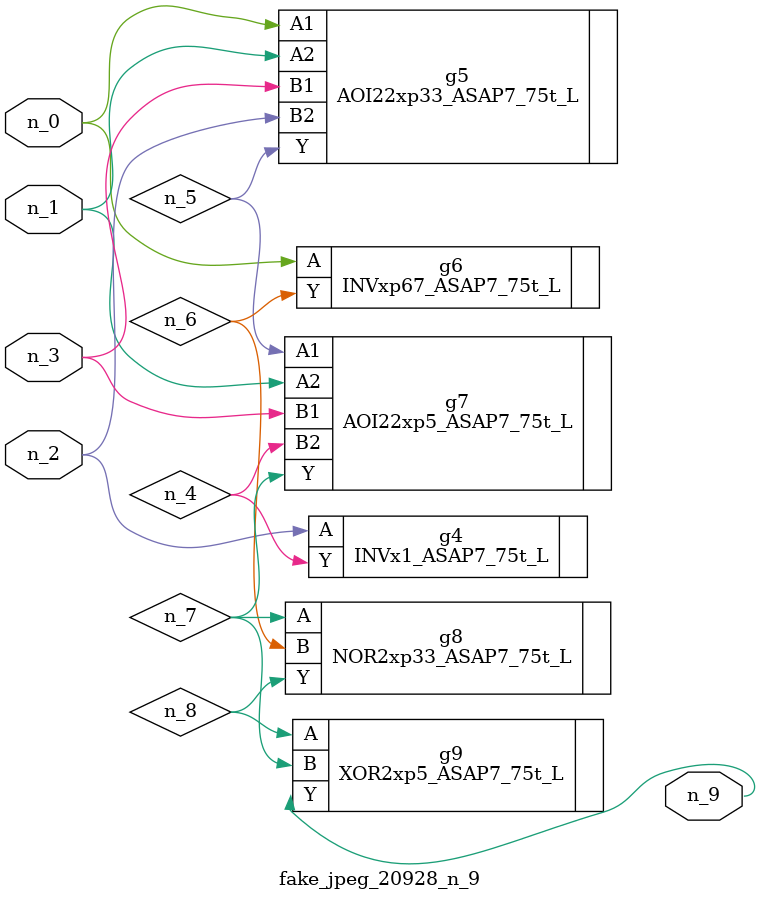
<source format=v>
module fake_jpeg_20928_n_9 (n_0, n_3, n_2, n_1, n_9);

input n_0;
input n_3;
input n_2;
input n_1;

output n_9;

wire n_4;
wire n_8;
wire n_6;
wire n_5;
wire n_7;

INVx1_ASAP7_75t_L g4 ( 
.A(n_2),
.Y(n_4)
);

AOI22xp33_ASAP7_75t_L g5 ( 
.A1(n_0),
.A2(n_1),
.B1(n_3),
.B2(n_2),
.Y(n_5)
);

INVxp67_ASAP7_75t_L g6 ( 
.A(n_0),
.Y(n_6)
);

AOI22xp5_ASAP7_75t_L g7 ( 
.A1(n_5),
.A2(n_1),
.B1(n_3),
.B2(n_4),
.Y(n_7)
);

NOR2xp33_ASAP7_75t_L g8 ( 
.A(n_7),
.B(n_6),
.Y(n_8)
);

XOR2xp5_ASAP7_75t_L g9 ( 
.A(n_8),
.B(n_7),
.Y(n_9)
);


endmodule
</source>
